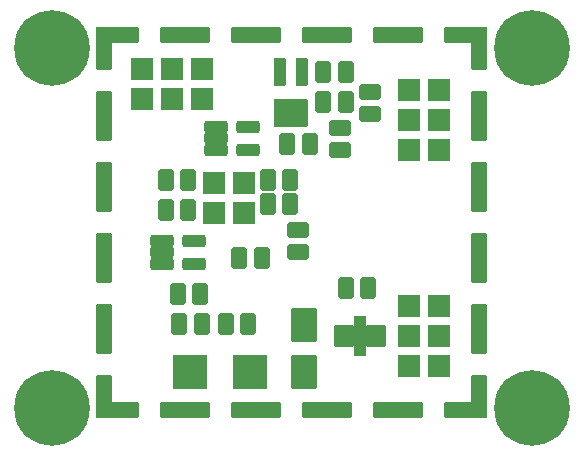
<source format=gbr>
G04 #@! TF.GenerationSoftware,KiCad,Pcbnew,(5.99.0-6591-gee6c8b60ac)*
G04 #@! TF.CreationDate,2021-02-11T12:12:13+01:00*
G04 #@! TF.ProjectId,PCRD06A,50435244-3036-4412-9e6b-696361645f70,REV*
G04 #@! TF.SameCoordinates,Original*
G04 #@! TF.FileFunction,Soldermask,Bot*
G04 #@! TF.FilePolarity,Negative*
%FSLAX46Y46*%
G04 Gerber Fmt 4.6, Leading zero omitted, Abs format (unit mm)*
G04 Created by KiCad (PCBNEW (5.99.0-6591-gee6c8b60ac)) date 2021-02-11 12:12:13*
%MOMM*%
%LPD*%
G01*
G04 APERTURE LIST*
G04 Aperture macros list*
%AMRoundRect*
0 Rectangle with rounded corners*
0 $1 Rounding radius*
0 $2 $3 $4 $5 $6 $7 $8 $9 X,Y pos of 4 corners*
0 Add a 4 corners polygon primitive as box body*
4,1,4,$2,$3,$4,$5,$6,$7,$8,$9,$2,$3,0*
0 Add four circle primitives for the rounded corners*
1,1,$1+$1,$2,$3,0*
1,1,$1+$1,$4,$5,0*
1,1,$1+$1,$6,$7,0*
1,1,$1+$1,$8,$9,0*
0 Add four rect primitives between the rounded corners*
20,1,$1+$1,$2,$3,$4,$5,0*
20,1,$1+$1,$4,$5,$6,$7,0*
20,1,$1+$1,$6,$7,$8,$9,0*
20,1,$1+$1,$8,$9,$2,$3,0*%
G04 Aperture macros list end*
%ADD10RoundRect,0.200000X0.762000X-0.762000X0.762000X0.762000X-0.762000X0.762000X-0.762000X-0.762000X0*%
%ADD11C,6.400000*%
%ADD12RoundRect,0.200000X0.444500X0.698500X-0.444500X0.698500X-0.444500X-0.698500X0.444500X-0.698500X0*%
%ADD13RoundRect,0.200000X-0.780000X-0.325000X0.780000X-0.325000X0.780000X0.325000X-0.780000X0.325000X0*%
%ADD14RoundRect,0.200000X0.325000X-1.000000X0.325000X1.000000X-0.325000X1.000000X-0.325000X-1.000000X0*%
%ADD15RoundRect,0.200000X1.275080X1.249680X-1.275080X1.249680X-1.275080X-1.249680X1.275080X-1.249680X0*%
%ADD16RoundRect,0.200000X-0.444500X-0.698500X0.444500X-0.698500X0.444500X0.698500X-0.444500X0.698500X0*%
%ADD17RoundRect,0.200000X-0.900000X1.250000X-0.900000X-1.250000X0.900000X-1.250000X0.900000X1.250000X0*%
%ADD18RoundRect,0.200000X0.762000X0.762000X-0.762000X0.762000X-0.762000X-0.762000X0.762000X-0.762000X0*%
%ADD19RoundRect,0.200000X-0.762000X-0.762000X0.762000X-0.762000X0.762000X0.762000X-0.762000X0.762000X0*%
%ADD20RoundRect,0.200000X0.698500X-0.444500X0.698500X0.444500X-0.698500X0.444500X-0.698500X-0.444500X0*%
%ADD21RoundRect,0.200000X-0.698500X0.444500X-0.698500X-0.444500X0.698500X-0.444500X0.698500X0.444500X0*%
%ADD22RoundRect,0.200000X-0.650000X-0.750000X0.650000X-0.750000X0.650000X0.750000X-0.650000X0.750000X0*%
%ADD23RoundRect,0.200000X-0.350000X-1.500000X0.350000X-1.500000X0.350000X1.500000X-0.350000X1.500000X0*%
%ADD24RoundRect,0.200000X-0.500000X-0.500000X0.500000X-0.500000X0.500000X0.500000X-0.500000X0.500000X0*%
%ADD25RoundRect,0.200000X-1.150000X-0.500000X1.150000X-0.500000X1.150000X0.500000X-1.150000X0.500000X0*%
%ADD26RoundRect,0.200000X-1.900000X-0.500000X1.900000X-0.500000X1.900000X0.500000X-1.900000X0.500000X0*%
%ADD27RoundRect,0.200000X-0.500000X-1.150000X0.500000X-1.150000X0.500000X1.150000X-0.500000X1.150000X0*%
%ADD28RoundRect,0.200000X-0.500000X-1.900000X0.500000X-1.900000X0.500000X1.900000X-0.500000X1.900000X0*%
G04 APERTURE END LIST*
D10*
X21336000Y24130000D03*
X21336000Y21590000D03*
X12700000Y31242000D03*
X12700000Y33782000D03*
X15240000Y31242000D03*
X15240000Y33782000D03*
X17780000Y31242000D03*
X17780000Y33782000D03*
D11*
X5080000Y35560000D03*
X45720000Y5080000D03*
X45720000Y35560000D03*
X5080000Y5080000D03*
D12*
X14732000Y21844000D03*
X16637000Y21844000D03*
D13*
X18970000Y26990000D03*
X18970000Y27940000D03*
X18970000Y28890000D03*
X21670000Y28890000D03*
X21670000Y26990000D03*
D14*
X26284000Y30108000D03*
X25334000Y30108000D03*
X24384000Y30108000D03*
X24384000Y33528000D03*
X26284000Y33528000D03*
D15*
X16794480Y8128000D03*
X21844000Y8128000D03*
D16*
X31877000Y15240000D03*
X29972000Y15240000D03*
X29972000Y30988000D03*
X28067000Y30988000D03*
D12*
X25273000Y22352000D03*
X23368000Y22352000D03*
X15875000Y12192000D03*
X17780000Y12192000D03*
D16*
X28067000Y33528000D03*
X29972000Y33528000D03*
D12*
X23368000Y24384000D03*
X25273000Y24384000D03*
X17653000Y14732000D03*
X15748000Y14732000D03*
D16*
X26924000Y27432000D03*
X25019000Y27432000D03*
D17*
X26416000Y12160000D03*
X26416000Y8160000D03*
D18*
X37846000Y8636000D03*
X35306000Y8636000D03*
X37846000Y11176000D03*
X35306000Y11176000D03*
X37846000Y13716000D03*
X35306000Y13716000D03*
D19*
X35306000Y32004000D03*
X37846000Y32004000D03*
D10*
X18796000Y24130000D03*
X18796000Y21590000D03*
D19*
X35306000Y26924000D03*
X37846000Y26924000D03*
X37846000Y29464000D03*
X35306000Y29464000D03*
D20*
X32004000Y29972000D03*
X32004000Y31877000D03*
D21*
X29464000Y28829000D03*
X29464000Y26924000D03*
X25908000Y18288000D03*
X25908000Y20193000D03*
D16*
X19812000Y12192000D03*
X21717000Y12192000D03*
D12*
X16637000Y24384000D03*
X14732000Y24384000D03*
X20955000Y17780000D03*
X22860000Y17780000D03*
D13*
X14398000Y17338000D03*
X14398000Y18288000D03*
X14398000Y19238000D03*
X17098000Y19238000D03*
X17098000Y17338000D03*
D22*
X29812000Y11176000D03*
D23*
X31162000Y11176000D03*
D22*
X32512000Y11176000D03*
D24*
X9500000Y4928000D03*
X41300000Y4928000D03*
X41300000Y36728000D03*
X9500000Y36728000D03*
D25*
X11150000Y4928000D03*
X11150000Y36728000D03*
D26*
X16400000Y4928000D03*
X16400000Y36728000D03*
X22400000Y4928000D03*
X22400000Y36728000D03*
X28400000Y4928000D03*
X28400000Y36728000D03*
X34400000Y4928000D03*
X34400000Y36728000D03*
D25*
X39650000Y4928000D03*
X39650000Y36728000D03*
D27*
X9500000Y6578000D03*
X41300000Y6578000D03*
D28*
X9500000Y11828000D03*
X41300000Y11828000D03*
X9500000Y17828000D03*
X41300000Y17828000D03*
X9500000Y23828000D03*
X41300000Y23828000D03*
X9500000Y29828000D03*
X41300000Y29828000D03*
D27*
X9500000Y35078000D03*
X41300000Y35078000D03*
M02*

</source>
